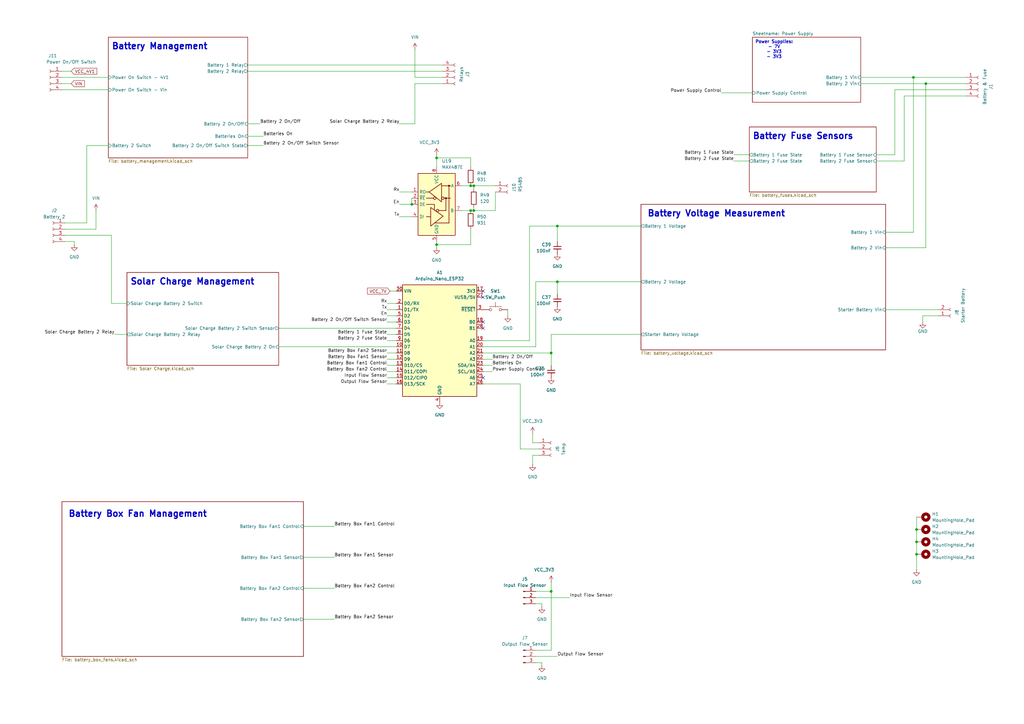
<source format=kicad_sch>
(kicad_sch (version 20250114) (generator "eeschema") (generator_version "9.0")
  (paper "A3")
  (title_block (date "2025-09-04") (rev "1.0"))
  (lib_symbols
    (symbol "Connector:Conn_01x02_Socket" (pin_names (offset 1.016) (hide yes))
      (property "Reference" "J" (at 0 2.54 0))
      (property "Value" "Conn_01x02_Socket" (at 0 -5.08 0))
      (symbol "Conn_01x02_Socket_1_1"
        (polyline (pts (xy -1.27 0) (xy -0.508 0)) (stroke (width 0.1524)))
        (polyline (pts (xy -1.27 -2.54) (xy -0.508 -2.54)) (stroke (width 0.1524)))
        (arc (start 0 -0.508) (mid -0.5058 0) (end 0 0.508) (stroke (width 0.1524)))
        (arc (start 0 -3.048) (mid -0.5058 -2.54) (end 0 -2.032) (stroke (width 0.1524)))
        (pin passive line (at -5.08 0 0) (length 3.81) (name "Pin_1") (number "1"))
        (pin passive line (at -5.08 -2.54 0) (length 3.81) (name "Pin_2") (number "2"))
      )
    )
    (symbol "Connector:Conn_01x03_Pin" (pin_names (offset 1.016) (hide yes))
      (property "Reference" "J" (at 0 5.08 0))
      (property "Value" "Conn_01x03_Pin" (at 0 -5.08 0))
      (symbol "Conn_01x03_Pin_1_1"
        (rectangle (start 0.8636 2.667) (end 0 2.413) (stroke (width 0.1524)) (fill (type outline)))
        (rectangle (start 0.8636 0.127) (end 0 -0.127) (stroke (width 0.1524)) (fill (type outline)))
        (rectangle (start 0.8636 -2.413) (end 0 -2.667) (stroke (width 0.1524)) (fill (type outline)))
        (polyline (pts (xy 1.27 2.54) (xy 0.8636 2.54)) (stroke (width 0.1524)))
        (polyline (pts (xy 1.27 0) (xy 0.8636 0)) (stroke (width 0.1524)))
        (polyline (pts (xy 1.27 -2.54) (xy 0.8636 -2.54)) (stroke (width 0.1524)))
        (pin passive line (at 5.08 2.54 180) (length 3.81) (name "Pin_1") (number "1"))
        (pin passive line (at 5.08 0 180) (length 3.81) (name "Pin_2") (number "2"))
        (pin passive line (at 5.08 -2.54 180) (length 3.81) (name "Pin_3") (number "3"))
      )
    )
    (symbol "Connector:Conn_01x03_Socket" (pin_names (offset 1.016) (hide yes))
      (property "Reference" "J" (at 0 5.08 0))
      (property "Value" "Conn_01x03_Socket" (at 0 -5.08 0))
      (symbol "Conn_01x03_Socket_1_1"
        (polyline (pts (xy -1.27 2.54) (xy -0.508 2.54)) (stroke (width 0.1524)))
        (polyline (pts (xy -1.27 0) (xy -0.508 0)) (stroke (width 0.1524)))
        (polyline (pts (xy -1.27 -2.54) (xy -0.508 -2.54)) (stroke (width 0.1524)))
        (arc (start 0 2.032) (mid -0.5058 2.54) (end 0 3.048) (stroke (width 0.1524)))
        (arc (start 0 -0.508) (mid -0.5058 0) (end 0 0.508) (stroke (width 0.1524)))
        (arc (start 0 -3.048) (mid -0.5058 -2.54) (end 0 -2.032) (stroke (width 0.1524)))
        (pin passive line (at -5.08 2.54 0) (length 3.81) (name "Pin_1") (number "1"))
        (pin passive line (at -5.08 0 0) (length 3.81) (name "Pin_2") (number "2"))
        (pin passive line (at -5.08 -2.54 0) (length 3.81) (name "Pin_3") (number "3"))
      )
    )
    (symbol "Connector:Conn_01x04_Socket" (pin_names (offset 1.016) (hide yes))
      (property "Reference" "J" (at 0 5.08 0))
      (property "Value" "Conn_01x04_Socket" (at 0 -7.62 0))
      (symbol "Conn_01x04_Socket_1_1"
        (polyline (pts (xy -1.27 2.54) (xy -0.508 2.54)) (stroke (width 0.1524)))
        (polyline (pts (xy -1.27 0) (xy -0.508 0)) (stroke (width 0.1524)))
        (polyline (pts (xy -1.27 -2.54) (xy -0.508 -2.54)) (stroke (width 0.1524)))
        (polyline (pts (xy -1.27 -5.08) (xy -0.508 -5.08)) (stroke (width 0.1524)))
        (arc (start 0 2.032) (mid -0.5058 2.54) (end 0 3.048) (stroke (width 0.1524)))
        (arc (start 0 -0.508) (mid -0.5058 0) (end 0 0.508) (stroke (width 0.1524)))
        (arc (start 0 -3.048) (mid -0.5058 -2.54) (end 0 -2.032) (stroke (width 0.1524)))
        (arc (start 0 -5.588) (mid -0.5058 -5.08) (end 0 -4.572) (stroke (width 0.1524)))
        (pin passive line (at -5.08 2.54 0) (length 3.81) (name "Pin_1") (number "1"))
        (pin passive line (at -5.08 0 0) (length 3.81) (name "Pin_2") (number "2"))
        (pin passive line (at -5.08 -2.54 0) (length 3.81) (name "Pin_3") (number "3"))
        (pin passive line (at -5.08 -5.08 0) (length 3.81) (name "Pin_4") (number "4"))
      )
    )
    (symbol "Device:C_Small" (pin_numbers (hide yes)) (pin_names (offset 0.254) (hide yes))
      (property "Reference" "C" (at 0.254 1.778 0))
      (property "Value" "C_Small" (at 0.254 -2.032 0))
      (symbol "C_Small_0_1"
        (polyline (pts (xy -1.524 0.508) (xy 1.524 0.508)) (stroke (width 0.3048)))
        (polyline (pts (xy -1.524 -0.508) (xy 1.524 -0.508)) (stroke (width 0.3302)))
      )
      (symbol "C_Small_1_1"
        (pin passive line (at 0 2.54 270) (length 2.032) (name "~") (number "1"))
        (pin passive line (at 0 -2.54 90) (length 2.032) (name "~") (number "2"))
      )
    )
    (symbol "Device:R" (pin_numbers (hide yes)) (pin_names (offset 0))
      (property "Reference" "R" (at 2.032 0 90))
      (property "Value" "R" (at 0 0 90))
      (symbol "R_0_1"
        (rectangle (start -1.016 -2.54) (end 1.016 2.54) (stroke (width 0.254)))
      )
      (symbol "R_1_1"
        (pin passive line (at 0 3.81 270) (length 1.27) (name "~") (number "1"))
        (pin passive line (at 0 -3.81 90) (length 1.27) (name "~") (number "2"))
      )
    )
    (symbol "MCU_Module:Arduino_Nano_ESP32"
      (property "Reference" "A" (at -14.986 23.622 0))
      (property "Value" "Arduino_Nano_ESP32" (at 3.81 -25.654 0))
      (symbol "Arduino_Nano_ESP32_0_1"
        (rectangle (start -15.24 22.86) (end 15.24 -22.86) (stroke (width 0.254)) (fill (type background)))
      )
      (symbol "Arduino_Nano_ESP32_1_1"
        (pin power_in line (at -17.78 20.32 0) (length 2.54) (name "VIN") (number "30"))
        (pin bidirectional line (at -17.78 15.24 0) (length 2.54) (name "D0/RX") (number "2"))
        (pin bidirectional line (at -17.78 12.7 0) (length 2.54) (name "D1/TX") (number "1"))
        (pin bidirectional line (at -17.78 10.16 0) (length 2.54) (name "D2") (number "5"))
        (pin bidirectional line (at -17.78 7.62 0) (length 2.54) (name "D3") (number "6"))
        (pin bidirectional line (at -17.78 5.08 0) (length 2.54) (name "D4") (number "7"))
        (pin bidirectional line (at -17.78 2.54 0) (length 2.54) (name "D5") (number "8"))
        (pin bidirectional line (at -17.78 0 0) (length 2.54) (name "D6") (number "9"))
        (pin bidirectional line (at -17.78 -2.54 0) (length 2.54) (name "D7") (number "10"))
        (pin bidirectional line (at -17.78 -5.08 0) (length 2.54) (name "D8") (number "11"))
        (pin bidirectional line (at -17.78 -7.62 0) (length 2.54) (name "D9") (number "12"))
        (pin bidirectional line (at -17.78 -10.16 0) (length 2.54) (name "D10/CS") (number "13"))
        (pin bidirectional line (at -17.78 -12.7 0) (length 2.54) (name "D11/COPI") (number "14"))
        (pin bidirectional line (at -17.78 -15.24 0) (length 2.54) (name "D12/CIPO") (number "15"))
        (pin bidirectional line (at -17.78 -17.78 0) (length 2.54) (name "D13/SCK") (number "16"))
        (pin passive line (at 0 -25.4 90) (length 2.54) (hide yes) (name "GND") (number "29"))
        (pin power_in line (at 0 -25.4 90) (length 2.54) (name "GND") (number "4"))
        (pin power_out line (at 17.78 20.32 180) (length 2.54) (name "3V3") (number "17"))
        (pin power_out line (at 17.78 17.78 180) (length 2.54) (name "VUSB/5V") (number "27"))
        (pin input line (at 17.78 12.7 180) (length 2.54) (name "~{RESET}") (number "3"))
        (pin bidirectional line (at 17.78 7.62 180) (length 2.54) (name "B0") (number "18"))
        (pin bidirectional line (at 17.78 5.08 180) (length 2.54) (name "B1") (number "28"))
        (pin bidirectional line (at 17.78 0 180) (length 2.54) (name "A0") (number "19"))
        (pin bidirectional line (at 17.78 -2.54 180) (length 2.54) (name "A1") (number "20"))
        (pin bidirectional line (at 17.78 -5.08 180) (length 2.54) (name "A2") (number "21"))
        (pin bidirectional line (at 17.78 -7.62 180) (length 2.54) (name "A3") (number "22"))
        (pin bidirectional line (at 17.78 -10.16 180) (length 2.54) (name "SDA/A4") (number "23"))
        (pin bidirectional line (at 17.78 -12.7 180) (length 2.54) (name "SCL/A5") (number "24"))
        (pin bidirectional line (at 17.78 -15.24 180) (length 2.54) (name "A6") (number "25"))
        (pin bidirectional line (at 17.78 -17.78 180) (length 2.54) (name "A7") (number "26"))
      )
    )
    (symbol "Mechanical:MountingHole_Pad" (pin_numbers (hide yes)) (pin_names (offset 1.016) (hide yes)) (in_bom no)
      (property "Reference" "H" (at 0 6.35 0))
      (property "Value" "MountingHole_Pad" (at 0 4.445 0))
      (symbol "MountingHole_Pad_0_1"
        (circle (center 0 1.27) (radius 1.27) (stroke (width 1.27)))
      )
      (symbol "MountingHole_Pad_1_1"
        (pin input line (at 0 -2.54 90) (length 2.54) (name "1") (number "1"))
      )
    )
    (symbol "Switch:SW_Push" (pin_numbers (hide yes)) (pin_names (offset 1.016) (hide yes))
      (property "Reference" "SW" (at 1.27 2.54 0))
      (property "Value" "SW_Push" (at 0 -1.524 0))
      (symbol "SW_Push_0_1"
        (circle (center -2.032 0) (radius 0.508))
        (polyline (pts (xy 0 1.27) (xy 0 3.048)))
        (circle (center 2.032 0) (radius 0.508))
        (polyline (pts (xy 2.54 1.27) (xy -2.54 1.27)))
        (pin passive line (at -5.08 0 0) (length 2.54) (name "1") (number "1"))
        (pin passive line (at 5.08 0 180) (length 2.54) (name "2") (number "2"))
      )
    )
    (symbol "camper_van:MAX487E"
      (property "Reference" "U6" (at 2.1433 17.78 0))
      (property "Value" "MAX487E" (at 2.1433 15.24 0))
      (symbol "MAX487E_0_1"
        (rectangle (start -7.62 12.7) (end 7.62 -12.7) (stroke (width 0.254)) (fill (type background)))
        (polyline (pts (xy -4.191 2.54) (xy -1.27 2.54)) (stroke (width 0.254)))
        (polyline (pts (xy -4.191 0) (xy -0.889 0) (xy -0.889 -2.286)) (stroke (width 0.254)))
        (polyline (pts (xy -3.175 5.08) (xy -4.191 5.08) (xy -4.064 5.08)) (stroke (width 0.254)))
        (polyline (pts (xy -2.54 -5.08) (xy -4.191 -5.08)) (stroke (width 0.254)))
        (polyline (pts (xy -2.413 -5.08) (xy -2.413 -1.27) (xy 2.667 -4.826) (xy -2.413 -8.89) (xy -2.413 -5.08)) (stroke (width 0.254)))
        (polyline (pts (xy -0.635 -7.62) (xy 5.08 -7.62)) (stroke (width 0.254)))
        (circle (center 0.381 -2.54) (radius 0.508) (stroke (width 0.254)))
        (polyline (pts (xy 0.889 -2.54) (xy 3.81 -2.54)) (stroke (width 0.254)))
        (polyline (pts (xy 2.032 7.62) (xy 5.715 7.62)) (stroke (width 0.254)))
        (polyline (pts (xy 3.048 2.54) (xy 5.715 2.54)) (stroke (width 0.254)))
        (circle (center 3.81 2.54) (radius 0.2794) (stroke (width 0.254)) (fill (type outline)))
        (polyline (pts (xy 3.81 -2.54) (xy 3.81 2.54)) (stroke (width 0.254)))
        (polyline (pts (xy 5.08 -7.62) (xy 5.08 7.62)) (stroke (width 0.254)))
      )
      (symbol "MAX487E_1_1"
        (circle (center -0.762 2.54) (radius 0.508) (stroke (width 0.254)))
        (polyline (pts (xy 2.032 4.826) (xy 2.032 8.636) (xy -3.048 5.08) (xy 2.032 1.016) (xy 2.032 4.826)) (stroke (width 0.254)))
        (circle (center 2.54 2.54) (radius 0.508) (stroke (width 0.254)))
        (circle (center 5.08 7.62) (radius 0.2794) (stroke (width 0.254)) (fill (type outline)))
        (pin output line (at -10.16 5.08 0) (length 2.54) (name "RO") (number "1"))
        (pin input line (at -10.16 2.54 0) (length 2.54) (name "~{RE}") (number "2"))
        (pin input line (at -10.16 0 0) (length 2.54) (name "DE") (number "3"))
        (pin input line (at -10.16 -5.08 0) (length 2.54) (name "DI") (number "4"))
        (pin power_in line (at 0 15.24 270) (length 2.54) (name "VCC") (number "8"))
        (pin power_in line (at 0 -15.24 90) (length 2.54) (name "GND") (number "5"))
        (pin bidirectional line (at 10.16 7.62 180) (length 2.54) (name "A") (number "6"))
        (pin bidirectional line (at 10.16 -2.54 180) (length 2.54) (name "B") (number "7"))
      )
    )
    (symbol "power:+5V" (power) (pin_numbers (hide yes)) (pin_names (offset 0) (hide yes))
      (property "Value" "+5V" (at 0 3.556 0))
      (symbol "+5V_0_1"
        (polyline (pts (xy -0.762 1.27) (xy 0 2.54)))
        (polyline (pts (xy 0 2.54) (xy 0.762 1.27)))
        (polyline (pts (xy 0 0) (xy 0 2.54)))
      )
      (symbol "+5V_1_1"
        (pin power_in line (at 0 0 90) (length 0) (name "~") (number "1"))
      )
    )
    (symbol "power:GND" (power) (pin_numbers (hide yes)) (pin_names (offset 0) (hide yes))
      (property "Value" "GND" (at 0 -3.81 0))
      (symbol "GND_0_1"
        (polyline (pts (xy 0 0) (xy 0 -1.27) (xy 1.27 -1.27) (xy 0 -2.54) (xy -1.27 -1.27) (xy 0 -1.27)))
      )
      (symbol "GND_1_1"
        (pin power_in line (at 0 0 270) (length 0) (name "~") (number "1"))
      )
    )
    (symbol "power:VDD" (power) (pin_numbers (hide yes)) (pin_names (offset 0) (hide yes))
      (property "Value" "VDD" (at 0 3.556 0))
      (symbol "VDD_0_1"
        (polyline (pts (xy -0.762 1.27) (xy 0 2.54)))
        (polyline (pts (xy 0 2.54) (xy 0.762 1.27)))
        (polyline (pts (xy 0 0) (xy 0 2.54)))
      )
      (symbol "VDD_1_1"
        (pin power_in line (at 0 0 90) (length 0) (name "~") (number "1"))
      )
    )
  )
  (text "Power Supplies:\n- 7V\n- 3V3\n- 3V3" (at 317.5 20.32 0) (effects (font (size 1.27 1.27) (thickness 0.254) (bold yes))))
  (junction (at 194.31 76.2))
  (junction (at 379.73 34.29))
  (junction (at 375.92 227.33))
  (junction (at 168.91 83.82))
  (junction (at 193.04 76.2))
  (junction (at 374.65 31.75))
  (junction (at 375.92 217.17))
  (junction (at 228.6 92.71))
  (junction (at 226.06 242.57))
  (junction (at 193.04 86.36))
  (junction (at 228.6 115.57))
  (junction (at 375.92 222.25))
  (junction (at 226.06 144.78))
  (junction (at 194.31 86.36))
  (junction (at 179.07 64.77))
  (junction (at 179.07 100.33))
  (no_connect (at 198.12 132.08))
  (no_connect (at 198.12 154.94))
  (no_connect (at 198.12 119.38))
  (no_connect (at 198.12 121.92))
  (no_connect (at 198.12 134.62))
  (wire (pts (xy 179.07 64.77) (xy 179.07 68.58)))
  (wire (pts (xy 158.75 149.86) (xy 162.56 149.86)))
  (wire (pts (xy 158.75 124.46) (xy 162.56 124.46)))
  (wire (pts (xy 353.06 34.29) (xy 379.73 34.29)))
  (wire (pts (xy 219.71 245.11) (xy 233.68 245.11)))
  (wire (pts (xy 198.12 147.32) (xy 201.93 147.32)))
  (wire (pts (xy 217.17 139.7) (xy 217.17 92.71)))
  (wire (pts (xy 101.6 29.21) (xy 181.61 29.21)))
  (wire (pts (xy 228.6 92.71) (xy 262.89 92.71)))
  (wire (pts (xy 375.92 222.25) (xy 375.92 227.33)))
  (wire (pts (xy 45.72 96.52) (xy 45.72 124.46)))
  (wire (pts (xy 222.25 271.78) (xy 222.25 273.05)))
  (wire (pts (xy 114.3 142.24) (xy 162.56 142.24)))
  (wire (pts (xy 219.71 271.78) (xy 222.25 271.78)))
  (wire (pts (xy 168.91 78.74) (xy 163.83 78.74)))
  (wire (pts (xy 217.17 92.71) (xy 228.6 92.71)))
  (wire (pts (xy 379.73 34.29) (xy 396.24 34.29)))
  (wire (pts (xy 193.04 100.33) (xy 179.07 100.33)))
  (wire (pts (xy 374.65 95.25) (xy 363.22 95.25)))
  (wire (pts (xy 168.91 88.9) (xy 163.83 88.9)))
  (wire (pts (xy 218.44 186.69) (xy 218.44 190.5)))
  (wire (pts (xy 367.03 63.5) (xy 367.03 36.83)))
  (wire (pts (xy 363.22 127) (xy 384.81 127)))
  (wire (pts (xy 379.73 101.6) (xy 379.73 34.29)))
  (wire (pts (xy 25.4 36.83) (xy 44.45 36.83)))
  (wire (pts (xy 193.04 93.98) (xy 193.04 100.33)))
  (wire (pts (xy 300.99 63.5) (xy 307.34 63.5)))
  (wire (pts (xy 26.67 96.52) (xy 45.72 96.52)))
  (wire (pts (xy 228.6 92.71) (xy 228.6 99.06)))
  (wire (pts (xy 213.36 184.15) (xy 220.98 184.15)))
  (wire (pts (xy 208.28 127) (xy 208.28 129.54)))
  (wire (pts (xy 194.31 86.36) (xy 203.2 86.36)))
  (wire (pts (xy 219.71 115.57) (xy 219.71 142.24)))
  (wire (pts (xy 226.06 137.16) (xy 262.89 137.16)))
  (wire (pts (xy 124.46 254) (xy 137.16 254)))
  (wire (pts (xy 218.44 181.61) (xy 220.98 181.61)))
  (wire (pts (xy 26.67 99.06) (xy 30.48 99.06)))
  (wire (pts (xy 158.75 147.32) (xy 162.56 147.32)))
  (wire (pts (xy 218.44 177.8) (xy 218.44 181.61)))
  (wire (pts (xy 193.04 68.58) (xy 193.04 64.77)))
  (wire (pts (xy 168.91 81.28) (xy 168.91 83.82)))
  (wire (pts (xy 198.12 139.7) (xy 217.17 139.7)))
  (wire (pts (xy 378.46 129.54) (xy 384.81 129.54)))
  (wire (pts (xy 179.07 99.06) (xy 179.07 100.33)))
  (wire (pts (xy 219.71 266.7) (xy 226.06 266.7)))
  (wire (pts (xy 189.23 86.36) (xy 193.04 86.36)))
  (wire (pts (xy 158.75 127) (xy 162.56 127)))
  (wire (pts (xy 359.41 63.5) (xy 367.03 63.5)))
  (wire (pts (xy 222.25 248.92) (xy 222.25 247.65)))
  (wire (pts (xy 189.23 76.2) (xy 193.04 76.2)))
  (wire (pts (xy 158.75 154.94) (xy 162.56 154.94)))
  (wire (pts (xy 158.75 139.7) (xy 162.56 139.7)))
  (wire (pts (xy 219.71 269.24) (xy 228.6 269.24)))
  (wire (pts (xy 228.6 115.57) (xy 262.89 115.57)))
  (wire (pts (xy 124.46 228.6) (xy 137.16 228.6)))
  (wire (pts (xy 163.83 50.8) (xy 170.18 50.8)))
  (wire (pts (xy 170.18 34.29) (xy 170.18 50.8)))
  (wire (pts (xy 158.75 144.78) (xy 162.56 144.78)))
  (wire (pts (xy 219.71 247.65) (xy 222.25 247.65)))
  (wire (pts (xy 193.04 76.2) (xy 194.31 76.2)))
  (wire (pts (xy 219.71 242.57) (xy 226.06 242.57)))
  (wire (pts (xy 124.46 215.9) (xy 137.16 215.9)))
  (wire (pts (xy 370.84 66.04) (xy 370.84 39.37)))
  (wire (pts (xy 46.99 137.16) (xy 52.07 137.16)))
  (wire (pts (xy 39.37 86.36) (xy 39.37 93.98)))
  (wire (pts (xy 226.06 238.76) (xy 226.06 242.57)))
  (wire (pts (xy 168.91 83.82) (xy 163.83 83.82)))
  (wire (pts (xy 30.48 99.06) (xy 30.48 100.33)))
  (wire (pts (xy 101.6 55.88) (xy 107.95 55.88)))
  (wire (pts (xy 194.31 77.47) (xy 194.31 76.2)))
  (wire (pts (xy 375.92 227.33) (xy 375.92 233.68)))
  (wire (pts (xy 158.75 152.4) (xy 162.56 152.4)))
  (wire (pts (xy 25.4 29.21) (xy 29.21 29.21)))
  (wire (pts (xy 198.12 149.86) (xy 201.93 149.86)))
  (wire (pts (xy 359.41 66.04) (xy 370.84 66.04)))
  (wire (pts (xy 374.65 31.75) (xy 374.65 95.25)))
  (wire (pts (xy 35.56 59.69) (xy 44.45 59.69)))
  (wire (pts (xy 226.06 137.16) (xy 226.06 144.78)))
  (wire (pts (xy 194.31 76.2) (xy 203.2 76.2)))
  (wire (pts (xy 194.31 85.09) (xy 194.31 86.36)))
  (wire (pts (xy 26.67 93.98) (xy 39.37 93.98)))
  (wire (pts (xy 295.91 38.1) (xy 308.61 38.1)))
  (wire (pts (xy 179.07 101.6) (xy 179.07 100.33)))
  (wire (pts (xy 124.46 241.3) (xy 137.16 241.3)))
  (wire (pts (xy 374.65 31.75) (xy 396.24 31.75)))
  (wire (pts (xy 181.61 34.29) (xy 170.18 34.29)))
  (wire (pts (xy 170.18 20.32) (xy 170.18 31.75)))
  (wire (pts (xy 193.04 64.77) (xy 179.07 64.77)))
  (wire (pts (xy 158.75 157.48) (xy 162.56 157.48)))
  (wire (pts (xy 370.84 39.37) (xy 396.24 39.37)))
  (wire (pts (xy 203.2 78.74) (xy 203.2 86.36)))
  (wire (pts (xy 367.03 36.83) (xy 396.24 36.83)))
  (wire (pts (xy 220.98 186.69) (xy 218.44 186.69)))
  (wire (pts (xy 101.6 50.8) (xy 106.68 50.8)))
  (wire (pts (xy 160.02 119.38) (xy 162.56 119.38)))
  (wire (pts (xy 181.61 31.75) (xy 170.18 31.75)))
  (wire (pts (xy 378.46 132.08) (xy 378.46 129.54)))
  (wire (pts (xy 25.4 31.75) (xy 44.45 31.75)))
  (wire (pts (xy 193.04 86.36) (xy 194.31 86.36)))
  (wire (pts (xy 114.3 134.62) (xy 162.56 134.62)))
  (wire (pts (xy 158.75 132.08) (xy 162.56 132.08)))
  (wire (pts (xy 198.12 144.78) (xy 226.06 144.78)))
  (wire (pts (xy 219.71 115.57) (xy 228.6 115.57)))
  (wire (pts (xy 26.67 91.44) (xy 35.56 91.44)))
  (wire (pts (xy 300.99 66.04) (xy 307.34 66.04)))
  (wire (pts (xy 375.92 212.09) (xy 375.92 217.17)))
  (wire (pts (xy 158.75 129.54) (xy 162.56 129.54)))
  (wire (pts (xy 213.36 157.48) (xy 213.36 184.15)))
  (wire (pts (xy 25.4 34.29) (xy 29.21 34.29)))
  (wire (pts (xy 101.6 26.67) (xy 181.61 26.67)))
  (wire (pts (xy 363.22 101.6) (xy 379.73 101.6)))
  (wire (pts (xy 52.07 124.46) (xy 45.72 124.46)))
  (wire (pts (xy 226.06 144.78) (xy 226.06 149.86)))
  (wire (pts (xy 353.06 31.75) (xy 374.65 31.75)))
  (wire (pts (xy 179.07 63.5) (xy 179.07 64.77)))
  (wire (pts (xy 158.75 137.16) (xy 162.56 137.16)))
  (wire (pts (xy 226.06 242.57) (xy 226.06 266.7)))
  (wire (pts (xy 101.6 59.69) (xy 107.95 59.69)))
  (wire (pts (xy 35.56 59.69) (xy 35.56 91.44)))
  (wire (pts (xy 198.12 152.4) (xy 201.93 152.4)))
  (wire (pts (xy 198.12 157.48) (xy 213.36 157.48)))
  (wire (pts (xy 228.6 115.57) (xy 228.6 120.65)))
  (wire (pts (xy 375.92 217.17) (xy 375.92 222.25)))
  (wire (pts (xy 198.12 142.24) (xy 219.71 142.24)))
  (label "Input Flow Sensor" (at 233.68 245.11 0))
  (label "Batteries On" (at 107.95 55.88 0))
  (label "Batteries On" (at 201.93 149.86 0))
  (label "Power Supply Control" (at 201.93 152.4 0))
  (label "Output Flow Sensor" (at 228.6 269.24 0))
  (label "Battery 2 On{slash}Off" (at 201.93 147.32 0))
  (label "Battery Box Fan2 Sensor" (at 158.75 144.78 180) (effects (font (thickness 0.1588))))
  (label "Battery 2 On{slash}Off Switch Sensor" (at 107.95 59.69 0))
  (label "Input Flow Sensor" (at 158.75 154.94 180))
  (label "En" (at 158.75 129.54 180))
  (label "Battery Box Fan1 Sensor" (at 158.75 147.32 180) (effects (font (thickness 0.1588))))
  (label "Solar Charge Battery 2 Relay" (at 46.99 137.16 180))
  (label "Tx" (at 158.75 127 180))
  (label "Battery 2 On{slash}Off Switch Sensor" (at 158.75 132.08 180))
  (label "Battery 1 Fuse State" (at 300.99 63.5 180))
  (label "Battery 2 Fuse State" (at 300.99 66.04 180))
  (label "Battery Box Fan1 Control" (at 137.16 215.9 0) (effects (font (thickness 0.1588))))
  (label "Power Supply Control" (at 295.91 38.1 180))
  (label "Battery Box Fan1 Control" (at 158.75 149.86 180) (effects (font (thickness 0.1588))))
  (label "Battery 2 Fuse State" (at 158.75 139.7 180))
  (label "Battery 1 Fuse State" (at 158.75 137.16 180))
  (label "Output Flow Sensor" (at 158.75 157.48 180))
  (label "Battery Box Fan1 Sensor" (at 137.16 228.6 0) (effects (font (thickness 0.1588))))
  (label "Rx" (at 163.83 78.74 180))
  (label "Solar Charge Battery 2 Relay" (at 163.83 50.8 180))
  (label "Battery 2 On{slash}Off" (at 106.68 50.8 0))
  (label "Battery Box Fan2 Control" (at 158.75 152.4 180) (effects (font (thickness 0.1588))))
  (label "Tx" (at 163.83 88.9 180))
  (label "En" (at 163.83 83.82 180))
  (label "Rx" (at 158.75 124.46 180))
  (label "Battery Box Fan2 Sensor" (at 137.16 254 0) (effects (font (thickness 0.1588))))
  (label "Battery Box Fan2 Control" (at 137.16 241.3 0) (effects (font (thickness 0.1588))))
  (global_label "VIN" (shape input) (at 29.21 34.29 0) (property "Intersheetrefs" "${INTERSHEET_REFS}" (effects (hide yes))))
  (global_label "VCC_4V1" (shape input) (at 29.21 29.21 0) (property "Intersheetrefs" "${INTERSHEET_REFS}" (effects (hide yes))))
  (global_label "VCC_7V" (shape input) (at 160.02 119.38 180) (property "Intersheetrefs" "${INTERSHEET_REFS}" (effects (hide yes))))
  (symbol (lib_id "MCU_Module:Arduino_Nano_ESP32") (at 180.34 139.7 0) (unit 1)
    (property "Reference" "A1" (at 180.34 111.76 0))
    (property "Value" "Arduino_Nano_ESP32" (at 180.34 114.3 0))
    (property "Footprint" "Module:Arduino_Nano" (effects (hide yes)))
    (property "Datasheet" "https://docs.arduino.cc/resources/datasheets/ABX00083-datasheet.pdf" (effects (hide yes)))
    (property "Description" "Arduino Nano board based on the ESP32-S3 with a dual-core 240 MHz processor, 384 kB ROM, 512 kB SRAM. Operates at 3.3V, with 5V USB-C® input and 6-21V VIN. Features Wi-Fi®, Bluetooth® LE, digital and analog pins, and supports SPI, I2C, UART, I2S, and CAN." (effects (hide yes)))
  )
  (symbol (lib_id "Mechanical:MountingHole_Pad") (at 378.46 212.09 270) (unit 1) (in_bom no)
    (property "Reference" "H1" (at 382.27 210.8199 90) (effects (justify left)))
    (property "Value" "MountingHole_Pad" (at 382.27 213.3599 90) (effects (justify left)))
    (property "Footprint" "MountingHole:MountingHole_4.3mm_M4_Pad" (effects (hide yes)))
    (property "Description" "Mounting Hole with connection" (effects (hide yes)))
  )
  (symbol (lib_id "power:GND") (at 30.48 100.33 0) (mirror y) (unit 1)
    (property "Reference" "#PWR01" (effects (hide yes)))
    (property "Value" "GND" (at 30.48 105.41 0))
    (property "Description" "Power symbol creates a global label with name \"GND\" , ground" (effects (hide yes)))
  )
  (symbol (lib_id "power:+5V") (at 226.06 238.76 0) (mirror y) (unit 1)
    (property "Reference" "#PWR014" (effects (hide yes)))
    (property "Value" "VCC_3V3" (at 227.33 233.68 0) (effects (justify left)))
    (property "Description" "Power symbol creates a global label with name \"+5V\"" (effects (hide yes)))
  )
  (symbol (lib_id "Mechanical:MountingHole_Pad") (at 378.46 217.17 270) (unit 1) (in_bom no)
    (property "Reference" "H2" (at 382.27 215.8999 90) (effects (justify left)))
    (property "Value" "MountingHole_Pad" (at 382.27 218.4399 90) (effects (justify left)))
    (property "Footprint" "MountingHole:MountingHole_4.3mm_M4_Pad" (effects (hide yes)))
    (property "Description" "Mounting Hole with connection" (effects (hide yes)))
  )
  (symbol (lib_id "Device:R") (at 194.31 81.28 0) (mirror y) (unit 1)
    (property "Reference" "R49" (at 196.85 80.0099 0) (effects (justify right)))
    (property "Value" "120" (at 196.85 82.5499 0) (effects (justify right)))
    (property "Footprint" "Resistor_SMD:R_0805_2012Metric" (effects (hide yes)))
    (property "Description" "Resistor" (effects (hide yes)))
    (property "LCSC PN" "C17437" (effects (hide yes)))
    (property "Extended" "B" (effects (hide yes)))
  )
  (symbol (lib_id "Connector:Conn_01x02_Socket") (at 389.89 129.54 0) (mirror x) (unit 1)
    (property "Reference" "J8" (at 392.43 127 90) (effects (justify left)))
    (property "Value" "Starter Battery" (at 394.97 118.11 90) (effects (justify left)))
    (property "Footprint" "Connector_Molex:Molex_Mini-Fit_Jr_5566-02A_2x01_P4.20mm_Vertical" (effects (hide yes)))
    (property "Description" "Generic connector, single row, 01x02, script generated" (effects (hide yes)))
  )
  (symbol (lib_id "Device:C_Small") (at 226.06 152.4 0) (mirror y) (unit 1)
    (property "Reference" "C35" (at 223.52 151.1362 0) (effects (justify left)))
    (property "Value" "100nF" (at 223.52 153.6762 0) (effects (justify left)))
    (property "Footprint" "Capacitor_SMD:C_0805_2012Metric" (effects (hide yes)))
    (property "Description" "Unpolarized capacitor, small symbol" (effects (hide yes)))
    (property "LCSC PN" "C28233" (effects (hide yes)))
    (property "Extended" "B" (effects (hide yes)))
  )
  (symbol (lib_id "Connector:Conn_01x03_Pin") (at 214.63 245.11 0) (unit 1)
    (property "Reference" "J5" (at 215.265 237.49 0))
    (property "Value" "Input Flow Sensor" (at 215.265 240.03 0))
    (property "Footprint" "Connector_PinSocket_2.54mm:PinSocket_1x03_P2.54mm_Vertical" (effects (hide yes)))
    (property "Description" "Generic connector, single row, 01x03, script generated" (effects (hide yes)))
  )
  (symbol (lib_id "power:GND") (at 375.92 233.68 0) (unit 1)
    (property "Reference" "#PWR0107" (effects (hide yes)))
    (property "Value" "GND" (at 375.92 238.76 0))
    (property "Description" "Power symbol creates a global label with name \"GND\" , ground" (effects (hide yes)))
  )
  (symbol (lib_id "Device:R") (at 193.04 90.17 0) (mirror y) (unit 1)
    (property "Reference" "R50" (at 195.58 88.8999 0) (effects (justify right)))
    (property "Value" "931" (at 195.58 91.4399 0) (effects (justify right)))
    (property "Footprint" "Resistor_SMD:R_0805_2012Metric" (effects (hide yes)))
    (property "Description" "Resistor" (effects (hide yes)))
  )
  (symbol (lib_id "power:GND") (at 228.6 104.14 0) (mirror y) (unit 1)
    (property "Reference" "#PWR015" (effects (hide yes)))
    (property "Value" "GND" (at 228.6 109.22 0))
    (property "Description" "Power symbol creates a global label with name \"GND\" , ground" (effects (hide yes)))
  )
  (symbol (lib_id "Connector:Conn_01x04_Socket") (at 20.32 31.75 0) (mirror y) (unit 1)
    (property "Reference" "J11" (at 21.59 22.86 0))
    (property "Value" "Power On/Off Switch" (at 29.21 25.4 0))
    (property "Footprint" "Connector_Molex:Molex_Mini-Fit_Jr_5566-04A_2x02_P4.20mm_Vertical" (effects (hide yes)))
    (property "Description" "Generic connector, single row, 01x04, script generated" (effects (hide yes)))
  )
  (symbol (lib_id "power:GND") (at 222.25 273.05 0) (unit 1)
    (property "Reference" "#PWR012" (effects (hide yes)))
    (property "Value" "GND" (at 222.25 278.13 0))
    (property "Description" "Power symbol creates a global label with name \"GND\" , ground" (effects (hide yes)))
  )
  (symbol (lib_id "Connector:Conn_01x04_Socket") (at 401.32 34.29 0) (unit 1)
    (property "Reference" "J1" (at 406.4 35.56 90))
    (property "Value" "Battery & Fuse" (at 403.86 35.56 90))
    (property "Footprint" "Connector_Molex:Molex_Mini-Fit_Jr_5566-04A_2x02_P4.20mm_Vertical" (effects (hide yes)))
    (property "Description" "Generic connector, single row, 01x04, script generated" (effects (hide yes)))
  )
  (symbol (lib_id "Connector:Conn_01x02_Socket") (at 208.28 76.2 0) (unit 1)
    (property "Reference" "J10" (at 210.82 78.74 90) (effects (justify left)))
    (property "Value" "RS485" (at 213.36 78.74 90) (effects (justify left)))
    (property "Footprint" "Connector_Molex:Molex_Mini-Fit_Jr_5566-02A_2x01_P4.20mm_Vertical" (effects (hide yes)))
    (property "Description" "Generic connector, single row, 01x02, script generated" (effects (hide yes)))
  )
  (symbol (lib_id "Device:C_Small") (at 228.6 101.6 0) (mirror y) (unit 1)
    (property "Reference" "C39" (at 226.06 100.3362 0) (effects (justify left)))
    (property "Value" "100nF" (at 226.06 102.8762 0) (effects (justify left)))
    (property "Footprint" "Capacitor_SMD:C_0805_2012Metric" (effects (hide yes)))
    (property "Description" "Unpolarized capacitor, small symbol" (effects (hide yes)))
    (property "LCSC PN" "C28233" (effects (hide yes)))
    (property "Extended" "B" (effects (hide yes)))
  )
  (symbol (lib_id "power:+5V") (at 218.44 177.8 0) (mirror y) (unit 1)
    (property "Reference" "#PWR09" (effects (hide yes)))
    (property "Value" "VCC_3V3" (at 218.44 172.72 0))
    (property "Description" "Power symbol creates a global label with name \"+5V\"" (effects (hide yes)))
  )
  (symbol (lib_id "power:GND") (at 179.07 101.6 0) (mirror y) (unit 1)
    (property "Reference" "#PWR06" (effects (hide yes)))
    (property "Value" "GND" (at 179.07 106.68 0))
    (property "Description" "Power symbol creates a global label with name \"GND\" , ground" (effects (hide yes)))
  )
  (symbol (lib_id "Mechanical:MountingHole_Pad") (at 378.46 222.25 270) (unit 1) (in_bom no)
    (property "Reference" "H4" (at 382.27 220.9799 90) (effects (justify left)))
    (property "Value" "MountingHole_Pad" (at 382.27 223.5199 90) (effects (justify left)))
    (property "Footprint" "MountingHole:MountingHole_4.3mm_M4_Pad" (effects (hide yes)))
    (property "Description" "Mounting Hole with connection" (effects (hide yes)))
  )
  (symbol (lib_id "camper_van:MAX487E") (at 179.07 83.82 0) (unit 1)
    (property "Reference" "U19" (at 181.2133 66.04 0) (effects (justify left)))
    (property "Value" "MAX487E" (at 181.2133 68.58 0) (effects (justify left)))
    (property "Footprint" "Package_SO:SOIC-8_3.9x4.9mm_P1.27mm" (effects (hide yes)))
    (property "Datasheet" "https://datasheets.maximintegrated.com/en/ds/MAX1487E-MAX491E.pdf" (effects (hide yes)))
    (property "Description" "Half duplex RS-485/RS-422, 0.25 Mbps, ±15kV electro-static discharge (ESD) protection, with slew-rate, with low-power shutdown, with receiver/driver enable, 128 receiver drive capability, DIP-8 and SOIC-8" (effects (hide yes)))
    (property "Extended" "E" (effects (hide yes)))
    (property "LCSC PN" "C116539" (effects (hide yes)))
  )
  (symbol (lib_id "Mechanical:MountingHole_Pad") (at 378.46 227.33 270) (unit 1) (in_bom no)
    (property "Reference" "H3" (at 382.27 226.0599 90) (effects (justify left)))
    (property "Value" "MountingHole_Pad" (at 382.27 228.5999 90) (effects (justify left)))
    (property "Footprint" "MountingHole:MountingHole_4.3mm_M4_Pad" (effects (hide yes)))
    (property "Description" "Mounting Hole with connection" (effects (hide yes)))
  )
  (symbol (lib_id "power:+5V") (at 179.07 63.5 0) (mirror y) (unit 1)
    (property "Reference" "#PWR05" (effects (hide yes)))
    (property "Value" "VCC_3V3" (at 180.34 58.42 0) (effects (justify left)))
    (property "Description" "Power symbol creates a global label with name \"+5V\"" (effects (hide yes)))
  )
  (symbol (lib_id "power:GND") (at 378.46 132.08 0) (unit 1)
    (property "Reference" "#PWR020" (effects (hide yes)))
    (property "Value" "GND" (at 378.46 135.89 0))
    (property "Description" "Power symbol creates a global label with name \"GND\" , ground" (effects (hide yes)))
  )
  (symbol (lib_id "power:GND") (at 226.06 154.94 0) (mirror y) (unit 1)
    (property "Reference" "#PWR013" (effects (hide yes)))
    (property "Value" "GND" (at 226.06 160.02 0))
    (property "Description" "Power symbol creates a global label with name \"GND\" , ground" (effects (hide yes)))
  )
  (symbol (lib_id "power:GND") (at 218.44 190.5 0) (unit 1)
    (property "Reference" "#PWR010" (effects (hide yes)))
    (property "Value" "GND" (at 218.44 195.58 0))
    (property "Description" "Power symbol creates a global label with name \"GND\" , ground" (effects (hide yes)))
  )
  (symbol (lib_id "Connector:Conn_01x03_Pin") (at 214.63 269.24 0) (unit 1)
    (property "Reference" "J7" (at 215.265 261.62 0))
    (property "Value" "Output Flow Sensor" (at 215.265 264.16 0))
    (property "Footprint" "Connector_PinSocket_2.54mm:PinSocket_1x03_P2.54mm_Vertical" (effects (hide yes)))
    (property "Description" "Generic connector, single row, 01x03, script generated" (effects (hide yes)))
  )
  (symbol (lib_id "Device:C_Small") (at 228.6 123.19 0) (mirror y) (unit 1)
    (property "Reference" "C37" (at 226.06 121.9262 0) (effects (justify left)))
    (property "Value" "100nF" (at 226.06 124.4662 0) (effects (justify left)))
    (property "Footprint" "Capacitor_SMD:C_0805_2012Metric" (effects (hide yes)))
    (property "Description" "Unpolarized capacitor, small symbol" (effects (hide yes)))
    (property "LCSC PN" "C28233" (effects (hide yes)))
    (property "Extended" "B" (effects (hide yes)))
  )
  (symbol (lib_id "power:GND") (at 208.28 129.54 0) (mirror y) (unit 1)
    (property "Reference" "#PWR08" (effects (hide yes)))
    (property "Value" "GND" (at 208.28 134.62 0))
    (property "Description" "Power symbol creates a global label with name \"GND\" , ground" (effects (hide yes)))
  )
  (symbol (lib_id "Connector:Conn_01x04_Socket") (at 186.69 31.75 0) (mirror x) (unit 1)
    (property "Reference" "J3" (at 191.77 30.48 90))
    (property "Value" "Relays" (at 189.23 30.48 90))
    (property "Footprint" "Connector_Molex:Molex_Mini-Fit_Jr_5566-04A_2x02_P4.20mm_Vertical" (effects (hide yes)))
    (property "Description" "Generic connector, single row, 01x04, script generated" (effects (hide yes)))
  )
  (symbol (lib_id "Connector:Conn_01x03_Socket") (at 226.06 184.15 0) (unit 1)
    (property "Reference" "J6" (at 228.6 184.15 90))
    (property "Value" "Temp" (at 231.14 184.15 90))
    (property "Footprint" "Connector_PinSocket_2.54mm:PinSocket_1x03_P2.54mm_Vertical" (effects (hide yes)))
    (property "Description" "Generic connector, single row, 01x03, script generated" (effects (hide yes)))
  )
  (symbol (lib_id "power:GND") (at 180.34 165.1 0) (mirror y) (unit 1)
    (property "Reference" "#PWR07" (effects (hide yes)))
    (property "Value" "GND" (at 180.34 170.18 0))
    (property "Description" "Power symbol creates a global label with name \"GND\" , ground" (effects (hide yes)))
  )
  (symbol (lib_id "Device:R") (at 193.04 72.39 0) (mirror y) (unit 1)
    (property "Reference" "R48" (at 195.58 71.1199 0) (effects (justify right)))
    (property "Value" "931" (at 195.58 73.6599 0) (effects (justify right)))
    (property "Footprint" "Resistor_SMD:R_0805_2012Metric" (effects (hide yes)))
    (property "Description" "Resistor" (effects (hide yes)))
  )
  (symbol (lib_id "Switch:SW_Push") (at 203.2 127 0) (unit 1)
    (property "Reference" "SW1" (at 203.2 119.38 0))
    (property "Value" "SW_Push" (at 203.2 121.92 0))
    (property "Footprint" "CV_connector:SW_SPST_JLC" (effects (hide yes)))
    (property "Description" "Push button switch, generic, two pins" (effects (hide yes)))
    (property "LCSC PN" "C720477" (effects (hide yes)))
    (property "Extended" "B" (effects (hide yes)))
  )
  (symbol (lib_id "power:VDD") (at 170.18 20.32 0) (unit 1)
    (property "Reference" "#PWR04" (effects (hide yes)))
    (property "Value" "VIN" (at 170.18 15.24 0))
    (property "Description" "Power symbol creates a global label with name \"VDD\"" (effects (hide yes)))
  )
  (symbol (lib_id "power:GND") (at 222.25 248.92 0) (unit 1)
    (property "Reference" "#PWR011" (effects (hide yes)))
    (property "Value" "GND" (at 222.25 254 0))
    (property "Description" "Power symbol creates a global label with name \"GND\" , ground" (effects (hide yes)))
  )
  (symbol (lib_id "power:VDD") (at 39.37 86.36 0) (unit 1)
    (property "Reference" "#PWR03" (effects (hide yes)))
    (property "Value" "VIN" (at 39.37 81.28 0))
    (property "Description" "Power symbol creates a global label with name \"VDD\"" (effects (hide yes)))
  )
  (symbol (lib_id "power:GND") (at 228.6 125.73 0) (mirror y) (unit 1)
    (property "Reference" "#PWR016" (effects (hide yes)))
    (property "Value" "GND" (at 228.6 130.81 0))
    (property "Description" "Power symbol creates a global label with name \"GND\" , ground" (effects (hide yes)))
  )
  (symbol (lib_id "Connector:Conn_01x04_Socket") (at 21.59 93.98 0) (mirror y) (unit 1)
    (property "Reference" "J2" (at 22.225 86.36 0))
    (property "Value" "Battery 2" (at 22.225 88.9 0))
    (property "Footprint" "Connector_Molex:Molex_Mini-Fit_Jr_5566-04A_2x02_P4.20mm_Vertical" (effects (hide yes)))
    (property "Description" "Generic connector, single row, 01x04, script generated" (effects (hide yes)))
  )
  (sheet (at 25.4 205.74) (size 99.06 63.5) (stroke (width 0.1524))
    (property "Sheetname" "Battery Box Fan Management" (at 27.94 212.09 0) (effects (font (size 2.54 2.54) (thickness 0.508) (bold yes)) (justify left bottom)))
    (property "Sheetfile" "battery_box_fans.kicad_sch" (at 25.4 269.8246 0) (effects (justify left top)))
    (pin "Battery Box Fan1 Control" input (at 124.46 215.9 0))
    (pin "Battery Box Fan1 Sensor" output (at 124.46 228.6 0))
    (pin "Battery Box Fan2 Control" input (at 124.46 241.3 0))
    (pin "Battery Box Fan2 Sensor" output (at 124.46 254 0))
  )
  (sheet (at 262.89 83.82) (size 100.33 59.69) (stroke (width 0.1524))
    (property "Sheetname" "Battery Voltage Measurement" (at 265.43 88.9 0) (effects (font (size 2.54 2.54) (thickness 0.508) (bold yes)) (justify left bottom)))
    (property "Sheetfile" "battery_voltage.kicad_sch" (at 262.89 144.0946 0) (effects (justify left top)))
    (pin "Battery 1 Vin" input (at 363.22 95.25 0))
    (pin "Battery 1 Voltage" output (at 262.89 92.71 180))
    (pin "Battery 2 Vin" input (at 363.22 101.6 0))
    (pin "Battery 2 Voltage" output (at 262.89 115.57 180))
    (pin "Starter Battery Voltage" output (at 262.89 137.16 180))
    (pin "Starter Battery Vin" input (at 363.22 127 0))
  )
  (sheet (at 44.45 15.24) (size 57.15 49.53) (stroke (width 0.1524))
    (property "Sheetname" "Battery Management" (at 45.72 20.32 0) (effects (font (size 2.54 2.54) (thickness 0.508) (bold yes)) (justify left bottom)))
    (property "Sheetfile" "battery_management.kicad_sch" (at 44.45 65.3546 0) (effects (justify left top)))
    (pin "Batteries On" input (at 101.6 55.88 0))
    (pin "Battery 1 Relay" output (at 101.6 26.67 0))
    (pin "Battery 2 Relay" output (at 101.6 29.21 0))
    (pin "Battery 2 On{slash}Off Switch State" output (at 101.6 59.69 0))
    (pin "Battery 2 Switch" input (at 44.45 59.69 180))
    (pin "Battery 2 On/Off" input (at 101.6 50.8 0))
    (pin "Power On Switch - 4V1" input (at 44.45 31.75 180))
    (pin "Power On Switch - Vin" input (at 44.45 36.83 180))
  )
  (sheet (at 307.34 52.07) (size 52.07 26.67) (stroke (width 0.1524))
    (property "Sheetname" "Battery Fuse Sensors" (at 308.61 57.15 0) (effects (font (size 2.54 2.54) (thickness 0.508) (bold yes)) (justify left bottom)))
    (property "Sheetfile" "battery_fuses.kicad_sch" (at 307.34 79.3246 0) (effects (justify left top)))
    (pin "Battery 1 Fuse Sensor" input (at 359.41 63.5 0))
    (pin "Battery 1 Fuse State" output (at 307.34 63.5 180))
    (pin "Battery 2 Fuse Sensor" input (at 359.41 66.04 0))
    (pin "Battery 2 Fuse State" output (at 307.34 66.04 180))
  )
  (sheet (at 52.07 111.76) (size 62.23 38.1) (stroke (width 0.1524))
    (property "Sheetname" "Solar Charge Management" (at 53.34 116.84 0) (effects (font (size 2.54 2.54) (thickness 0.508) (bold yes)) (justify left bottom)))
    (property "Sheetfile" "Solar Charge.kicad_sch" (at 52.07 150.4446 0) (effects (justify left top)))
    (pin "Solar Charge Battery 2 On" input (at 114.3 142.24 0))
    (pin "Solar Charge Battery 2 Relay" output (at 52.07 137.16 180))
    (pin "Solar Charge Battery 2 Switch" input (at 52.07 124.46 180))
    (pin "Solar Charge Battery 2 Switch Sensor" output (at 114.3 134.62 0))
  )
  (sheet (at 308.61 15.24) (size 44.45 26.67) (stroke (width 0.1524))
    (property "Sheetname" "Power Supply" (at 308.61 14.5284 0) (show_name yes) (effects (justify left bottom)))
    (property "Sheetfile" "power_supply.kicad_sch" (effects (hide yes)))
    (pin "Battery 1 Vin" input (at 353.06 31.75 0))
    (pin "Battery 2 Vin" input (at 353.06 34.29 0))
    (pin "Power Supply Control" input (at 308.61 38.1 180))
  )
)
</source>
